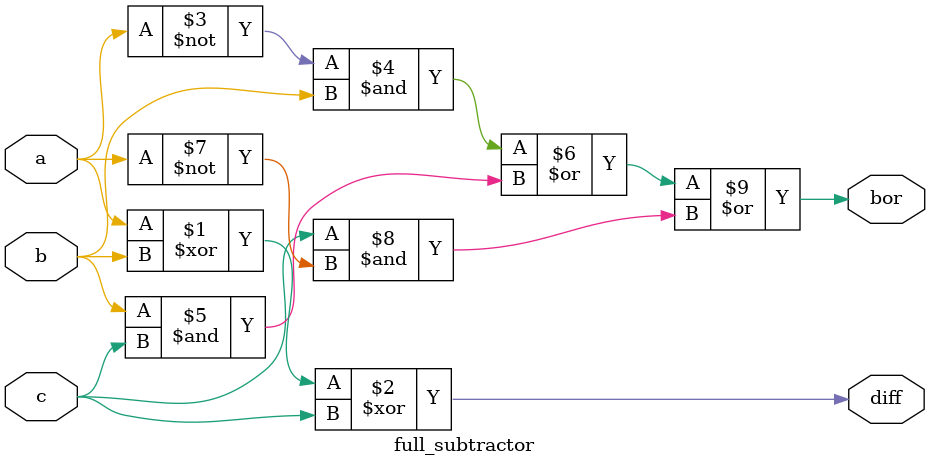
<source format=v>
module full_subtractor(a,b,c,diff,bor);
  input a,b,c;
  output diff,bor;
  wire w1,w2,w3,w4;
  assign diff=a^b^c;
  assign bor=((~a)&b)|(b&c)|(c&(~a));
endmodule

</source>
